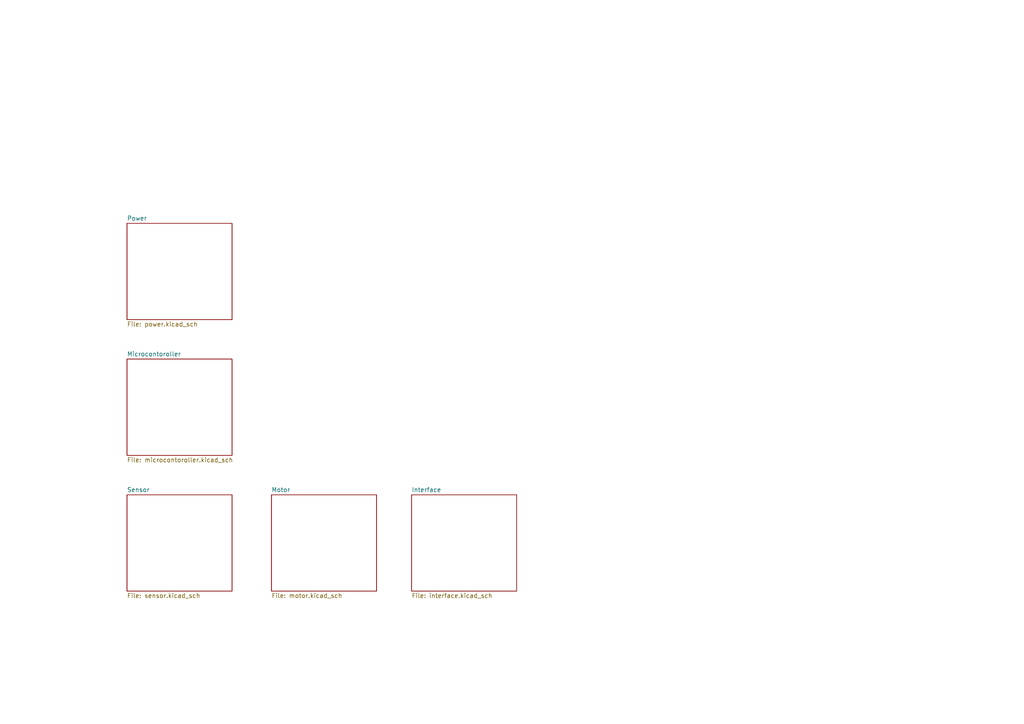
<source format=kicad_sch>
(kicad_sch (version 20230121) (generator eeschema)
  (paper "A4")
  (lib_symbols)
  (sheet (at 36.83 104.14) (size 30.48 27.94) (stroke (width 0.1524))
    (property "Sheetname" "Microcontoroller" (at 36.83 103.4284 0) (effects (justify left bottom)))
    (property "Sheetfile" "microcontoroller.kicad_sch" (at 36.83 132.6646 0) (effects (justify left top)))
  )
  (sheet (at 119.38 143.51) (size 30.48 27.94) (stroke (width 0.1524))
    (property "Sheetname" "Interface" (at 119.38 142.7984 0) (effects (justify left bottom)))
    (property "Sheetfile" "interface.kicad_sch" (at 119.38 172.0346 0) (effects (justify left top)))
  )
  (sheet (at 36.83 64.77) (size 30.48 27.94) (stroke (width 0.1524))
    (property "Sheetname" "Power" (at 36.83 64.0584 0) (effects (justify left bottom)))
    (property "Sheetfile" "power.kicad_sch" (at 36.83 93.2946 0) (effects (justify left top)))
  )
  (sheet (at 36.83 143.51) (size 30.48 27.94) (stroke (width 0.1524))
    (property "Sheetname" "Sensor" (at 36.83 142.7984 0) (effects (justify left bottom)))
    (property "Sheetfile" "sensor.kicad_sch" (at 36.83 172.0346 0) (effects (justify left top)))
  )
  (sheet (at 78.74 143.51) (size 30.48 27.94) (stroke (width 0.1524))
    (property "Sheetname" "Motor" (at 78.74 142.7984 0) (effects (justify left bottom)))
    (property "Sheetfile" "motor.kicad_sch" (at 78.74 172.0346 0) (effects (justify left top)))
  )
)
</source>
